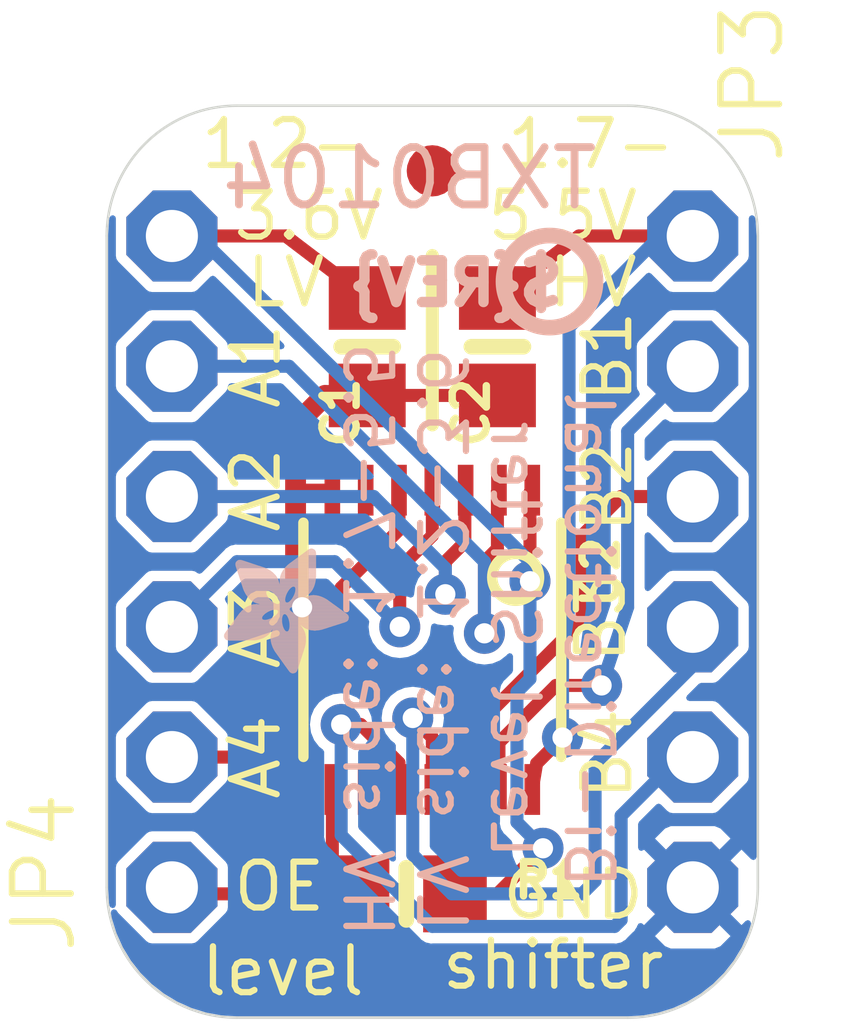
<source format=kicad_pcb>
(kicad_pcb (version 20221018) (generator pcbnew)
  (layers (0 "F.Cu" signal) (1 "In1.Cu" signal) (2 "In2.Cu" signal) (3 "In3.Cu" signal) (4 "In4.Cu" signal) (5 "In5.Cu" signal) (6 "In6.Cu" signal) (7 "In7.Cu" signal) (8 "In8.Cu" signal) (9 "In9.Cu" signal) (10 "In10.Cu" signal) (11 "In11.Cu" signal) (12 "In12.Cu" signal) (13 "In13.Cu" signal) (14 "In14.Cu" signal) (31 "B.Cu" signal) (34 "B.Paste" user) (35 "F.Paste" user) (36 "B.SilkS" user "B.Silkscreen") (37 "F.SilkS" user "F.Silkscreen") (38 "B.Mask" user) (39 "F.Mask" user) (44 "Edge.Cuts" user))
  (net 0 "")
  (net 1 "B4")
  (net 2 "B3")
  (net 3 "B2")
  (net 4 "B1")
  (net 5 "VHIGH")
  (net 6 "VLOW")
  (net 7 "A1")
  (net 8 "A2")
  (net 9 "A3")
  (net 10 "A4")
  (net 11 "OE")
  (net 12 "GND")
  (footprint "working:1X06-CLEANBIG" (layer "F.Cu") (at 143.4211 105.0036 90)
    (fp_text reference "JP4" (at -7.6962 -1.8288 90) (layer "F.SilkS") (effects (font (size 1.143 1.143) (thickness 0.127)) (justify left bottom)))
    (fp_text value "")
    (pad "1" thru_hole roundrect (at -6.35 0 180) (size 1.778 1.778) (drill 1.016) (layers "*.Cu" "*.Mask") (chamfer_ratio 0.2928932188) (chamfer top_left top_right bottom_left bottom_right) (net 11 "OE"))
    (pad "2" thru_hole roundrect (at -3.81 0 180) (size 1.778 1.778) (drill 1.016) (layers "*.Cu" "*.Mask") (chamfer_ratio 0.2928932188) (chamfer top_left top_right bottom_left bottom_right) (net 10 "A4"))
    (pad "3" thru_hole roundrect (at -1.27 0 180) (size 1.778 1.778) (drill 1.016) (layers "*.Cu" "*.Mask") (chamfer_ratio 0.2928932188) (chamfer top_left top_right bottom_left bottom_right) (net 9 "A3"))
    (pad "4" thru_hole roundrect (at 1.27 0 180) (size 1.778 1.778) (drill 1.016) (layers "*.Cu" "*.Mask") (chamfer_ratio 0.2928932188) (chamfer top_left top_right bottom_left bottom_right) (net 8 "A2"))
    (pad "5" thru_hole roundrect (at 3.81 0 180) (size 1.778 1.778) (drill 1.016) (layers "*.Cu" "*.Mask") (chamfer_ratio 0.2928932188) (chamfer top_left top_right bottom_left bottom_right) (net 7 "A1"))
    (pad "6" thru_hole roundrect (at 6.35 0 180) (size 1.778 1.778) (drill 1.016) (layers "*.Cu" "*.Mask") (chamfer_ratio 0.2928932188) (chamfer top_left top_right bottom_left bottom_right) (net 6 "VLOW"))
  )
  (footprint "working:0805-NO" (layer "F.Cu") (at 147.9931 111.4806)
    (fp_text reference "R1" (at 2.032 0.127) (layer "F.SilkS") (effects (font (size 0.666496 0.666496) (thickness 0.146304)) (justify left bottom)))
    (fp_text value "10K")
    (pad "1" smd rect (at -0.95 0) (size 1.24 1.5) (layers "F.Cu" "F.Paste" "F.Mask") (net 11 "OE"))
    (pad "2" smd rect (at 0.95 0) (size 1.24 1.5) (layers "F.Cu" "F.Paste" "F.Mask") (net 6 "VLOW"))
  )
  (footprint "working:FIDUCIAL_1MM" (layer "F.Cu") (at 148.5011 97.3836)
    (fp_text reference "U$5" hide)
    (fp_text value "FIDUCIAL_1MM" hide)
    (pad "1" smd roundrect (at 0 0) (size 1 1) (layers "F.Cu" "F.Mask") (roundrect_rratio 0.5))
  )
  (footprint "working:1X06-CLEANBIG" (layer "F.Cu") (at 153.5811 105.0036 -90)
    (fp_text reference "JP3" (at -7.6962 -1.8288 -90) (layer "F.SilkS") (effects (font (size 1.143 1.143) (thickness 0.127)) (justify left bottom)))
    (fp_text value "")
    (pad "1" thru_hole roundrect (at -6.35 0) (size 1.778 1.778) (drill 1.016) (layers "*.Cu" "*.Mask") (chamfer_ratio 0.2928932188) (chamfer top_left top_right bottom_left bottom_right) (net 5 "VHIGH"))
    (pad "2" thru_hole roundrect (at -3.81 0) (size 1.778 1.778) (drill 1.016) (layers "*.Cu" "*.Mask") (chamfer_ratio 0.2928932188) (chamfer top_left top_right bottom_left bottom_right) (net 4 "B1"))
    (pad "3" thru_hole roundrect (at -1.27 0) (size 1.778 1.778) (drill 1.016) (layers "*.Cu" "*.Mask") (chamfer_ratio 0.2928932188) (chamfer top_left top_right bottom_left bottom_right) (net 3 "B2"))
    (pad "4" thru_hole roundrect (at 1.27 0) (size 1.778 1.778) (drill 1.016) (layers "*.Cu" "*.Mask") (chamfer_ratio 0.2928932188) (chamfer top_left top_right bottom_left bottom_right) (net 2 "B3"))
    (pad "5" thru_hole roundrect (at 3.81 0) (size 1.778 1.778) (drill 1.016) (layers "*.Cu" "*.Mask") (chamfer_ratio 0.2928932188) (chamfer top_left top_right bottom_left bottom_right) (net 1 "B4"))
    (pad "6" thru_hole roundrect (at 6.35 0) (size 1.778 1.778) (drill 1.016) (layers "*.Cu" "*.Mask") (chamfer_ratio 0.2928932188) (chamfer top_left top_right bottom_left bottom_right) (net 12 "GND"))
  )
  (footprint "working:TSSOP14" (layer "F.Cu") (at 148.5011 106.5276 180)
    (fp_text reference "U2" (at -2.8956 2.0828 270) (layer "F.SilkS") (effects (font (size 0.666496 0.666496) (thickness 0.146304)) (justify right top)))
    (fp_text value "")
    (pad "1" smd rect (at -1.95 2.9178 180) (size 0.3048 0.9906) (layers "F.Cu" "F.Paste" "F.Mask") (net 6 "VLOW"))
    (pad "2" smd rect (at -1.3 2.9178 180) (size 0.3048 0.9906) (layers "F.Cu" "F.Paste" "F.Mask") (net 7 "A1"))
    (pad "3" smd rect (at -0.65 2.9178 180) (size 0.3048 0.9906) (layers "F.Cu" "F.Paste" "F.Mask") (net 8 "A2"))
    (pad "4" smd rect (at 0 2.9178 180) (size 0.3048 0.9906) (layers "F.Cu" "F.Paste" "F.Mask") (net 9 "A3"))
    (pad "5" smd rect (at 0.65 2.9178 180) (size 0.3048 0.9906) (layers "F.Cu" "F.Paste" "F.Mask") (net 10 "A4"))
    (pad "6" smd rect (at 1.3 2.9178 180) (size 0.3048 0.9906) (layers "F.Cu" "F.Paste" "F.Mask"))
    (pad "7" smd rect (at 1.95 2.9178 180) (size 0.3048 0.9906) (layers "F.Cu" "F.Paste" "F.Mask") (net 12 "GND"))
    (pad "8" smd rect (at 1.95 -2.9178 180) (size 0.3048 0.9906) (layers "F.Cu" "F.Paste" "F.Mask") (net 11 "OE"))
    (pad "9" smd rect (at 1.3 -2.9178 180) (size 0.3048 0.9906) (layers "F.Cu" "F.Paste" "F.Mask"))
    (pad "10" smd rect (at 0.65 -2.9178 180) (size 0.3048 0.9906) (layers "F.Cu" "F.Paste" "F.Mask") (net 1 "B4"))
    (pad "11" smd rect (at 0 -2.9178 180) (size 0.3048 0.9906) (layers "F.Cu" "F.Paste" "F.Mask") (net 2 "B3"))
    (pad "12" smd rect (at -0.65 -2.9178 180) (size 0.3048 0.9906) (layers "F.Cu" "F.Paste" "F.Mask") (net 3 "B2"))
    (pad "13" smd rect (at -1.3 -2.9178 180) (size 0.3048 0.9906) (layers "F.Cu" "F.Paste" "F.Mask") (net 4 "B1"))
    (pad "14" smd rect (at -1.95 -2.9178 180) (size 0.3048 0.9906) (layers "F.Cu" "F.Paste" "F.Mask") (net 5 "VHIGH"))
  )
  (footprint "working:0805-NO" (layer "F.Cu") (at 147.2311 100.8126 -90)
    (fp_text reference "C1" (at 2.032 0.127 -90) (layer "F.SilkS") (effects (font (size 0.666496 0.666496) (thickness 0.146304)) (justify left bottom)))
    (fp_text value "0.1uF")
    (pad "1" smd rect (at -0.95 0 270) (size 1.24 1.5) (layers "F.Cu" "F.Paste" "F.Mask") (net 6 "VLOW"))
    (pad "2" smd rect (at 0.95 0 270) (size 1.24 1.5) (layers "F.Cu" "F.Paste" "F.Mask") (net 12 "GND"))
  )
  (footprint "working:0805-NO" (layer "F.Cu") (at 149.7711 100.8126 -90)
    (fp_text reference "C2" (at 2.032 0.127 -90) (layer "F.SilkS") (effects (font (size 0.666496 0.666496) (thickness 0.146304)) (justify left bottom)))
    (fp_text value "0.1uF")
    (pad "1" smd rect (at -0.95 0 270) (size 1.24 1.5) (layers "F.Cu" "F.Paste" "F.Mask") (net 5 "VHIGH"))
    (pad "2" smd rect (at 0.95 0 270) (size 1.24 1.5) (layers "F.Cu" "F.Paste" "F.Mask") (net 12 "GND"))
  )
  (footprint "working:PCBFEAT-REV-040" (layer "B.Cu") (at 150.7871 99.5426 180)
    (fp_text reference "U$7" hide)
    (fp_text value "" hide)
    (fp_text user "${REV}" (at -0.3556 -0.508) (layer "B.SilkS") (effects (font (size 0.8128 0.8128) (thickness 0.2032)) (justify left bottom mirror)))
  )
  (footprint "working:ADAFRUIT_2.5MM" (layer "B.Cu") (at 144.4371 104.7496)
    (fp_text reference "U$4" hide)
    (fp_text value "" hide)
  )
  (gr_line (start 148.5011 99.0346) (end 148.5011 102.3366) (stroke (width 0.254)) (layer "F.SilkS"))
  (gr_line (start 152.3111 96.1136) (end 144.6911 96.1136) (stroke (width 0.05)) (layer "Edge.Cuts"))
  (gr_arc (start 144.6911 113.8936) (mid 142.895049 113.149651) (end 142.1511 111.3536) (stroke (width 0.05)) (layer "Edge.Cuts"))
  (gr_line (start 154.8511 111.3536) (end 154.8511 98.6536) (stroke (width 0.05)) (layer "Edge.Cuts"))
  (gr_arc (start 152.3111 96.1136) (mid 154.107151 96.857549) (end 154.8511 98.6536) (stroke (width 0.05)) (layer "Edge.Cuts"))
  (gr_line (start 142.1511 98.6536) (end 142.1511 111.3536) (stroke (width 0.05)) (layer "Edge.Cuts"))
  (gr_line (start 144.6911 113.8936) (end 152.3111 113.8936) (stroke (width 0.05)) (layer "Edge.Cuts"))
  (gr_arc (start 142.1511 98.6536) (mid 142.895049 96.857549) (end 144.6911 96.1136) (stroke (width 0.05)) (layer "Edge.Cuts"))
  (gr_arc (start 154.8511 111.3536) (mid 154.107151 113.149651) (end 152.3111 113.8936) (stroke (width 0.05)) (layer "Edge.Cuts"))
  (gr_text "TXB0104" (at 144.3101 96.8756) (layer "B.SilkS") (effects (font (size 1.1176 1.1176) (thickness 0.1524)) (justify right top mirror)))
  (gr_text "Bi-Directional\nLevel Shifter\nLV side: 1.2-3.6\nHV side: 1.7-5.5" (at 149.3901 106.5276 -90) (layer "B.SilkS") (effects (font (size 0.89408 0.89408) (thickness 0.12192)) (justify mirror)))
  (gr_text "B4" (at 152.4381 109.7026 90) (layer "F.SilkS") (effects (font (size 0.89408 0.89408) (thickness 0.12192)) (justify left bottom)))
  (gr_text "B2" (at 152.4381 104.4956 90) (layer "F.SilkS") (effects (font (size 0.89408 0.89408) (thickness 0.12192)) (justify left bottom)))
  (gr_text "level" (at 143.9291 113.5126) (layer "F.SilkS") (effects (font (size 0.89408 0.89408) (thickness 0.12192)) (justify left bottom)))
  (gr_text "A1" (at 145.5801 102.0826 90) (layer "F.SilkS") (effects (font (size 0.89408 0.89408) (thickness 0.12192)) (justify left bottom)))
  (gr_text "A4" (at 145.5801 109.7026 90) (layer "F.SilkS") (effects (font (size 0.89408 0.89408) (thickness 0.12192)) (justify left bottom)))
  (gr_text "HV" (at 152.5651 99.0346) (layer "F.SilkS") (effects (font (size 0.89408 0.89408) (thickness 0.12192)) (justify right top)))
  (gr_text "A2" (at 145.5801 104.4956 90) (layer "F.SilkS") (effects (font (size 0.89408 0.89408) (thickness 0.12192)) (justify left bottom)))
  (gr_text "B3" (at 152.3111 107.0356 90) (layer "F.SilkS") (effects (font (size 0.89408 0.89408) (thickness 0.12192)) (justify left bottom)))
  (gr_text "3.6V" (at 144.5641 98.7806) (layer "F.SilkS") (effects (font (size 0.89408 0.89408) (thickness 0.12192)) (justify left bottom)))
  (gr_text "5.5V" (at 149.5171 98.7806) (layer "F.SilkS") (effects (font (size 0.89408 0.89408) (thickness 0.12192)) (justify left bottom)))
  (gr_text "1.7-" (at 149.8981 97.3836) (layer "F.SilkS") (effects (font (size 0.89408 0.89408) (thickness 0.12192)) (justify left bottom)))
  (gr_text "OE" (at 144.5641 111.8616) (layer "F.SilkS") (effects (font (size 0.89408 0.89408) (thickness 0.12192)) (justify left bottom)))
  (gr_text "1.2-" (at 143.9291 97.3836) (layer "F.SilkS") (effects (font (size 0.89408 0.89408) (thickness 0.12192)) (justify left bottom)))
  (gr_text "LV" (at 146.4691 99.0346) (layer "F.SilkS") (effects (font (size 0.89408 0.89408) (thickness 0.12192)) (justify right top)))
  (gr_text "B1" (at 152.4381 101.9556 90) (layer "F.SilkS") (effects (font (size 0.89408 0.89408) (thickness 0.12192)) (justify left bottom)))
  (gr_text "GND" (at 152.6921 110.9726) (layer "F.SilkS") (effects (font (size 0.89408 0.89408) (thickness 0.12192)) (justify right top)))
  (gr_text "A3" (at 145.5801 107.1626 90) (layer "F.SilkS") (effects (font (size 0.89408 0.89408) (thickness 0.12192)) (justify left bottom)))
  (gr_text "shifter" (at 148.6281 113.3856) (layer "F.SilkS") (effects (font (size 0.89408 0.89408) (thickness 0.12192)) (justify left bottom)))
  (segment (start 147.1041 108.1786) (end 146.7231 108.1786) (width 0.254) (layer "F.Cu") (net 1))
  (segment (start 147.8511 108.9256) (end 147.1041 108.1786) (width 0.254) (layer "F.Cu") (net 1))
  (segment (start 147.8511 109.4454) (end 147.8511 108.9256) (width 0.254) (layer "F.Cu") (net 1))
  (via (at 146.7231 108.1786) (size 0.8001) (drill 0.3937) (layers "F.Cu" "B.Cu") (net 1))
  (segment (start 152.0571 112.1156) (end 148.5011 112.1156) (width 0.254) (layer "B.Cu") (net 1))
  (segment (start 148.5011 112.1156) (end 146.7231 110.3376) (width 0.254) (layer "B.Cu") (net 1))
  (segment (start 152.1841 111.9886) (end 152.0571 112.1156) (width 0.254) (layer "B.Cu") (net 1))
  (segment (start 153.2001 108.9406) (end 153.5811 108.8136) (width 0.254) (layer "B.Cu") (net 1))
  (segment (start 152.1841 109.9566) (end 152.1841 111.9886) (width 0.254) (layer "B.Cu") (net 1))
  (segment (start 153.2001 108.9406) (end 152.1841 109.9566) (width 0.254) (layer "B.Cu") (net 1))
  (segment (start 146.7231 110.3376) (end 146.7231 108.1786) (width 0.254) (layer "B.Cu") (net 1))
  (segment (start 148.5011 108.4326) (end 148.1201 108.0516) (width 0.254) (layer "F.Cu") (net 2))
  (segment (start 148.5011 109.4454) (end 148.5011 108.4326) (width 0.254) (layer "F.Cu") (net 2))
  (via (at 148.1201 108.0516) (size 0.8001) (drill 0.3937) (layers "F.Cu" "B.Cu") (net 2))
  (segment (start 151.4221 111.4806) (end 148.8821 111.4806) (width 0.254) (layer "B.Cu") (net 2))
  (segment (start 148.8821 111.4806) (end 148.1201 110.7186) (width 0.254) (layer "B.Cu") (net 2))
  (segment (start 153.5811 107.0356) (end 153.5811 106.2736) (width 0.254) (layer "B.Cu") (net 2))
  (segment (start 151.6761 111.2266) (end 151.4221 111.4806) (width 0.254) (layer "B.Cu") (net 2))
  (segment (start 151.6761 108.9406) (end 151.6761 111.2266) (width 0.254) (layer "B.Cu") (net 2))
  (segment (start 148.1201 110.7186) (end 148.1201 108.0516) (width 0.254) (layer "B.Cu") (net 2))
  (segment (start 153.5811 107.0356) (end 151.6761 108.9406) (width 0.254) (layer "B.Cu") (net 2))
  (segment (start 152.1841 103.7336) (end 153.5811 103.7336) (width 0.254) (layer "F.Cu") (net 3))
  (segment (start 151.4221 106.1466) (end 149.1511 108.4176) (width 0.254) (layer "F.Cu") (net 3))
  (segment (start 151.4221 106.1466) (end 151.4221 104.4956) (width 0.254) (layer "F.Cu") (net 3))
  (segment (start 151.4221 104.4956) (end 152.1841 103.7336) (width 0.254) (layer "F.Cu") (net 3))
  (segment (start 149.1511 109.4454) (end 149.1511 108.4176) (width 0.254) (layer "F.Cu") (net 3))
  (segment (start 149.8011 108.5296) (end 150.9141 107.4166) (width 0.254) (layer "F.Cu") (net 4))
  (segment (start 149.8011 109.4454) (end 149.8011 108.5296) (width 0.254) (layer "F.Cu") (net 4))
  (segment (start 150.9141 107.4166) (end 151.8031 107.4166) (width 0.254) (layer "F.Cu") (net 4))
  (via (at 151.8031 107.4166) (size 0.8001) (drill 0.3937) (layers "F.Cu" "B.Cu") (net 4))
  (segment (start 152.3111 105.8926) (end 152.3111 102.4636) (width 0.254) (layer "B.Cu") (net 4))
  (segment (start 152.3111 102.4636) (end 153.5811 101.1936) (width 0.254) (layer "B.Cu") (net 4))
  (segment (start 151.8031 107.4166) (end 152.3111 105.8926) (width 0.254) (layer "B.Cu") (net 4))
  (segment (start 149.7711 99.8626) (end 151.3611 98.6536) (width 0.254) (layer "F.Cu") (net 5))
  (segment (start 150.4511 109.4454) (end 150.5363 108.9374) (width 0.254) (layer "F.Cu") (net 5))
  (segment (start 150.5363 108.9374) (end 151.0411 108.4326) (width 0.254) (layer "F.Cu") (net 5))
  (segment (start 151.3611 98.6536) (end 153.5811 98.6536) (width 0.254) (layer "F.Cu") (net 5))
  (via (at 151.0411 108.4326) (size 0.8001) (drill 0.3937) (layers "F.Cu" "B.Cu") (net 5))
  (segment (start 151.1681 105.8926) (end 151.1681 100.4316) (width 0.254) (layer "B.Cu") (net 5))
  (segment (start 151.1681 100.4316) (end 152.9461 98.6536) (width 0.254) (layer "B.Cu") (net 5))
  (segment (start 151.0411 106.7816) (end 151.1681 105.8926) (width 0.254) (layer "B.Cu") (net 5))
  (segment (start 152.9461 98.6536) (end 153.5811 98.6536) (width 0.254) (layer "B.Cu") (net 5))
  (segment (start 151.0411 108.4326) (end 151.0411 106.7816) (width 0.254) (layer "B.Cu") (net 5))
  (segment (start 148.9431 111.4806) (end 149.7711 111.4806) (width 0.254) (layer "F.Cu") (net 6))
  (segment (start 150.4061 105.3846) (end 150.4061 103.6548) (width 0.254) (layer "F.Cu") (net 6))
  (segment (start 145.6411 98.6536) (end 143.4211 98.6536) (width 0.254) (layer "F.Cu") (net 6))
  (segment (start 147.2311 99.8626) (end 145.6411 98.6536) (width 0.254) (layer "F.Cu") (net 6))
  (segment (start 149.7711 111.4806) (end 150.6601 110.5916) (width 0.254) (layer "F.Cu") (net 6))
  (segment (start 150.4061 103.6548) (end 150.4511 103.6098) (width 0.254) (layer "F.Cu") (net 6))
  (via (at 150.6601 110.5916) (size 0.8001) (drill 0.3937) (layers "F.Cu" "B.Cu") (net 6))
  (via (at 150.4061 105.3846) (size 0.8001) (drill 0.3937) (layers "F.Cu" "B.Cu") (net 6))
  (segment (start 150.1521 110.0836) (end 150.1521 107.5436) (width 0.254) (layer "B.Cu") (net 6))
  (segment (start 143.9291 98.6536) (end 150.4061 105.0036) (width 0.254) (layer "B.Cu") (net 6))
  (segment (start 143.4211 98.6536) (end 143.9291 98.6536) (width 0.254) (layer "B.Cu") (net 6))
  (segment (start 150.4061 107.2896) (end 150.4061 105.3846) (width 0.254) (layer "B.Cu") (net 6))
  (segment (start 150.6601 110.5916) (end 150.1521 110.0836) (width 0.254) (layer "B.Cu") (net 6))
  (segment (start 150.1521 107.5436) (end 150.4061 107.2896) (width 0.254) (layer "B.Cu") (net 6))
  (segment (start 150.4061 105.0036) (end 150.4061 105.3846) (width 0.254) (layer "B.Cu") (net 6))
  (segment (start 149.5171 105.0036) (end 149.7711 104.7496) (width 0.254) (layer "F.Cu") (net 7))
  (segment (start 149.7711 104.7496) (end 149.7711 103.6398) (width 0.254) (layer "F.Cu") (net 7))
  (segment (start 149.7711 103.6398) (end 149.8011 103.6098) (width 0.254) (layer "F.Cu") (net 7))
  (segment (start 149.5171 106.4006) (end 149.5171 105.0036) (width 0.254) (layer "F.Cu") (net 7))
  (via (at 149.5171 106.4006) (size 0.8001) (drill 0.3937) (layers "F.Cu" "B.Cu") (net 7))
  (segment (start 143.4211 101.1936) (end 145.7071 101.1936) (width 0.254) (layer "B.Cu") (net 7))
  (segment (start 145.7071 101.1936) (end 149.5171 105.0036) (width 0.254) (layer "B.Cu") (net 7))
  (segment (start 149.5171 105.0036) (end 149.5171 106.4006) (width 0.254) (layer "B.Cu") (net 7))
  (segment (start 148.7551 105.0036) (end 149.1361 104.6226) (width 0.254) (layer "F.Cu") (net 8))
  (segment (start 148.7551 105.6386) (end 148.7551 105.0036) (width 0.254) (layer "F.Cu") (net 8))
  (segment (start 149.1361 103.6248) (end 149.1511 103.6098) (width 0.254) (layer "F.Cu") (net 8))
  (segment (start 149.1361 104.6226) (end 149.1361 103.6248) (width 0.254) (layer "F.Cu") (net 8))
  (via (at 148.7551 105.6386) (size 0.8001) (drill 0.3937) (layers "F.Cu" "B.Cu") (net 8))
  (segment (start 148.7551 105.1306) (end 148.7551 105.6386) (width 0.254) (layer "B.Cu") (net 8))
  (segment (start 147.3581 103.7336) (end 148.7551 105.1306) (width 0.254) (layer "B.Cu") (net 8))
  (segment (start 143.4211 103.7336) (end 147.3581 103.7336) (width 0.254) (layer "B.Cu") (net 8))
  (segment (start 148.5011 104.4956) (end 147.8661 105.1306) (width 0.254) (layer "F.Cu") (net 9))
  (segment (start 147.8661 105.1306) (end 147.8661 106.2736) (width 0.254) (layer "F.Cu") (net 9))
  (segment (start 148.5011 103.6098) (end 148.5011 104.4956) (width 0.254) (layer "F.Cu") (net 9))
  (via (at 147.8661 106.2736) (size 0.8001) (drill 0.3937) (layers "F.Cu" "B.Cu") (net 9))
  (segment (start 146.5961 105.0036) (end 144.6911 105.0036) (width 0.254) (layer "B.Cu") (net 9))
  (segment (start 144.6911 105.0036) (end 143.4211 106.2736) (width 0.254) (layer "B.Cu") (net 9))
  (segment (start 147.8661 106.2736) (end 146.5961 105.0036) (width 0.254) (layer "B.Cu") (net 9))
  (segment (start 144.9451 108.8136) (end 146.7231 107.0356) (width 0.254) (layer "F.Cu") (net 10))
  (segment (start 146.7231 107.0356) (end 146.7231 105.5116) (width 0.254) (layer "F.Cu") (net 10))
  (segment (start 143.4211 108.8136) (end 144.9451 108.8136) (width 0.254) (layer "F.Cu") (net 10))
  (segment (start 146.7231 105.5116) (end 147.8511 104.3836) (width 0.254) (layer "F.Cu") (net 10))
  (segment (start 147.8511 104.3836) (end 147.8511 103.6098) (width 0.254) (layer "F.Cu") (net 10))
  (segment (start 146.5511 109.4454) (end 146.5511 110.8616) (width 0.254) (layer "F.Cu") (net 11))
  (segment (start 143.5481 111.4806) (end 147.0431 111.4806) (width 0.254) (layer "F.Cu") (net 11))
  (segment (start 143.4211 111.3536) (end 143.5481 111.4806) (width 0.254) (layer "F.Cu") (net 11))
  (segment (start 146.5511 110.8616) (end 147.0431 111.4806) (width 0.254) (layer "F.Cu") (net 11))
  (segment (start 145.8341 103.6098) (end 145.8341 103.6066) (width 0.254) (layer "F.Cu") (net 12))
  (segment (start 145.8341 103.6066) (end 145.8341 105.7656) (width 0.4064) (layer "F.Cu") (net 12))
  (segment (start 146.5511 103.6098) (end 145.8341 103.6098) (width 0.254) (layer "F.Cu") (net 12))
  (segment (start 147.2311 101.7626) (end 146.4081 101.7626) (width 0.4064) (layer "F.Cu") (net 12))
  (segment (start 145.8341 102.3366) (end 145.8341 103.6066) (width 0.4064) (layer "F.Cu") (net 12))
  (segment (start 149.7711 101.7626) (end 147.2311 101.7626) (width 0.254) (layer "F.Cu") (net 12))
  (segment (start 145.8341 105.7656) (end 145.9611 105.8926) (width 0.4064) (layer "F.Cu") (net 12))
  (segment (start 146.4081 101.7626) (end 145.8341 102.3366) (width 0.4064) (layer "F.Cu") (net 12))
  (via (at 145.9611 105.8926) (size 0.8001) (drill 0.3937) (layers "F.Cu" "B.Cu") (net 12))
  (zone (net 12) (net_name "GND") (layer "B.Cu") (priority 6) (connect_pads (clearance 0.000001)) (min_thickness 0.127) (fill yes (thermal_gap 0.304) (thermal_bridge_width 0.304))
    (polygon (pts (xy 156.6291 114.0206) (xy 141.6431 114.0206) (xy 141.6431 95.2246) (xy 156.6291 95.2246)))
  )
)
</source>
